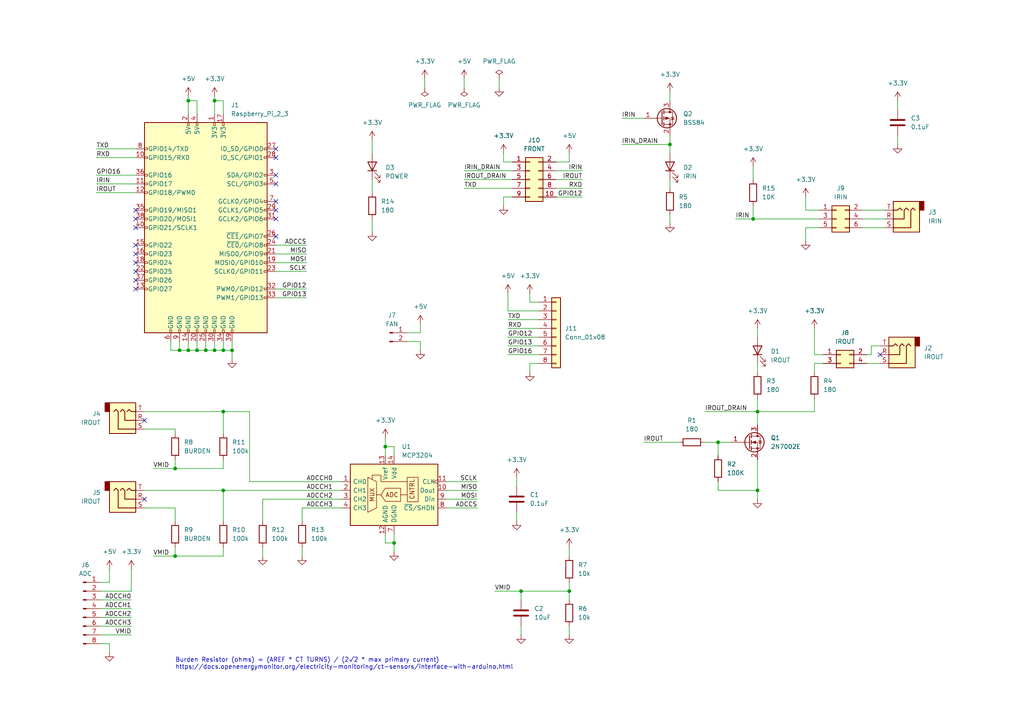
<source format=kicad_sch>
(kicad_sch (version 20230121) (generator eeschema)
  (paper "A4")
  (lib_symbols
    (symbol "Analog_ADC:MCP3204" (pin_names (offset 0.762))
      (property "Reference" "U" (at -5.08 10.795 0))
      (property "Value" "MCP3204" (at -5.08 8.89 0))
      (symbol "MCP3204_0_0"
        (text "ADC" (at -0.635 -1.27 0) (effects (font (size 1.27 1.27))))
        (text "CNTRL" (at 5.969 -2.667 900) (effects (font (size 1.27 1.27)) (justify left bottom)))
        (text "MUX" (at -6.35 -1.27 900) (effects (font (size 1.27 1.27))))
      )
      (symbol "MCP3204_0_1"
        (polyline (pts (xy -5.08 -1.27) (xy -3.81 -1.27)))
        (polyline (pts (xy 1.905 -1.27) (xy 3.81 -1.27)))
        (polyline (pts (xy -7.62 3.81) (xy -7.62 -6.35) (xy -5.08 -5.08) (xy -5.08 2.54) (xy -7.62 3.81)))
        (polyline (pts (xy 3.81 2.54) (xy -3.81 2.54) (xy -3.81 4.445) (xy -6.35 4.445) (xy -6.35 3.175)))
        (polyline (pts (xy -3.81 -1.27) (xy -2.54 0.635) (xy 1.905 0.635) (xy 1.905 -3.175) (xy -2.54 -3.175) (xy -3.81 -1.27)))
        (rectangle (start 3.81 -3.302) (end 6.985 3.81))
        (rectangle (start 12.7 7.62) (end -12.7 -10.16) (stroke (width 0.254)) (fill (type background)))
      )
      (symbol "MCP3204_1_1"
        (pin input line (at -15.24 2.54 0) (length 2.54) (name "CH0") (number "1"))
        (pin output line (at 15.24 0 180) (length 2.54) (name "Dout") (number "10"))
        (pin input clock (at 15.24 2.54 180) (length 2.54) (name "CLK") (number "11"))
        (pin power_in line (at -2.54 -12.7 90) (length 2.54) (name "AGND") (number "12"))
        (pin power_in line (at -2.54 10.16 270) (length 2.54) (name "Vref") (number "13"))
        (pin power_in line (at 0 10.16 270) (length 2.54) (name "Vdd") (number "14"))
        (pin input line (at -15.24 0 0) (length 2.54) (name "CH1") (number "2"))
        (pin input line (at -15.24 -2.54 0) (length 2.54) (name "CH2") (number "3"))
        (pin input line (at -15.24 -5.08 0) (length 2.54) (name "CH3") (number "4"))
        (pin no_connect line (at -10.16 -10.16 90) (length 2.54) hide (name "NC") (number "5"))
        (pin no_connect line (at -7.62 -10.16 90) (length 2.54) hide (name "NC") (number "6"))
        (pin power_in line (at 0 -12.7 90) (length 2.54) (name "DGND") (number "7"))
        (pin input line (at 15.24 -5.08 180) (length 2.54) (name "~{CS}/SHDN") (number "8"))
        (pin input line (at 15.24 -2.54 180) (length 2.54) (name "Din") (number "9"))
      )
    )
    (symbol "Connector:Conn_01x02_Pin" (pin_names (offset 1.016) hide)
      (property "Reference" "J" (at 0 2.54 0))
      (property "Value" "Conn_01x02_Pin" (at 0 -5.08 0))
      (symbol "Conn_01x02_Pin_1_1"
        (polyline (pts (xy 1.27 -2.54) (xy 0.8636 -2.54)) (stroke (width 0.1524)))
        (polyline (pts (xy 1.27 0) (xy 0.8636 0)) (stroke (width 0.1524)))
        (rectangle (start 0.8636 -2.413) (end 0 -2.667) (stroke (width 0.1524)) (fill (type outline)))
        (rectangle (start 0.8636 0.127) (end 0 -0.127) (stroke (width 0.1524)) (fill (type outline)))
        (pin passive line (at 5.08 0 180) (length 3.81) (name "Pin_1") (number "1"))
        (pin passive line (at 5.08 -2.54 180) (length 3.81) (name "Pin_2") (number "2"))
      )
    )
    (symbol "Connector:Conn_01x08_Pin" (pin_names (offset 1.016) hide)
      (property "Reference" "J" (at 0 10.16 0))
      (property "Value" "Conn_01x08_Pin" (at 0 -12.7 0))
      (symbol "Conn_01x08_Pin_1_1"
        (polyline (pts (xy 1.27 -10.16) (xy 0.8636 -10.16)) (stroke (width 0.1524)))
        (polyline (pts (xy 1.27 -7.62) (xy 0.8636 -7.62)) (stroke (width 0.1524)))
        (polyline (pts (xy 1.27 -5.08) (xy 0.8636 -5.08)) (stroke (width 0.1524)))
        (polyline (pts (xy 1.27 -2.54) (xy 0.8636 -2.54)) (stroke (width 0.1524)))
        (polyline (pts (xy 1.27 0) (xy 0.8636 0)) (stroke (width 0.1524)))
        (polyline (pts (xy 1.27 2.54) (xy 0.8636 2.54)) (stroke (width 0.1524)))
        (polyline (pts (xy 1.27 5.08) (xy 0.8636 5.08)) (stroke (width 0.1524)))
        (polyline (pts (xy 1.27 7.62) (xy 0.8636 7.62)) (stroke (width 0.1524)))
        (rectangle (start 0.8636 -10.033) (end 0 -10.287) (stroke (width 0.1524)) (fill (type outline)))
        (rectangle (start 0.8636 -7.493) (end 0 -7.747) (stroke (width 0.1524)) (fill (type outline)))
        (rectangle (start 0.8636 -4.953) (end 0 -5.207) (stroke (width 0.1524)) (fill (type outline)))
        (rectangle (start 0.8636 -2.413) (end 0 -2.667) (stroke (width 0.1524)) (fill (type outline)))
        (rectangle (start 0.8636 0.127) (end 0 -0.127) (stroke (width 0.1524)) (fill (type outline)))
        (rectangle (start 0.8636 2.667) (end 0 2.413) (stroke (width 0.1524)) (fill (type outline)))
        (rectangle (start 0.8636 5.207) (end 0 4.953) (stroke (width 0.1524)) (fill (type outline)))
        (rectangle (start 0.8636 7.747) (end 0 7.493) (stroke (width 0.1524)) (fill (type outline)))
        (pin passive line (at 5.08 7.62 180) (length 3.81) (name "Pin_1") (number "1"))
        (pin passive line (at 5.08 5.08 180) (length 3.81) (name "Pin_2") (number "2"))
        (pin passive line (at 5.08 2.54 180) (length 3.81) (name "Pin_3") (number "3"))
        (pin passive line (at 5.08 0 180) (length 3.81) (name "Pin_4") (number "4"))
        (pin passive line (at 5.08 -2.54 180) (length 3.81) (name "Pin_5") (number "5"))
        (pin passive line (at 5.08 -5.08 180) (length 3.81) (name "Pin_6") (number "6"))
        (pin passive line (at 5.08 -7.62 180) (length 3.81) (name "Pin_7") (number "7"))
        (pin passive line (at 5.08 -10.16 180) (length 3.81) (name "Pin_8") (number "8"))
      )
    )
    (symbol "Connector:Raspberry_Pi_2_3" (pin_names (offset 1.016))
      (property "Reference" "J" (at -17.78 31.75 0))
      (property "Value" "Raspberry_Pi_2_3" (at 10.16 -31.75 0))
      (symbol "Raspberry_Pi_2_3_0_1"
        (rectangle (start -17.78 30.48) (end 17.78 -30.48) (stroke (width 0.254)) (fill (type background)))
      )
      (symbol "Raspberry_Pi_2_3_1_1"
        (rectangle (start -16.891 -17.526) (end -17.78 -18.034))
        (rectangle (start -16.891 -14.986) (end -17.78 -15.494))
        (rectangle (start -16.891 -12.446) (end -17.78 -12.954))
        (rectangle (start -16.891 -9.906) (end -17.78 -10.414))
        (rectangle (start -16.891 -7.366) (end -17.78 -7.874))
        (rectangle (start -16.891 -4.826) (end -17.78 -5.334))
        (rectangle (start -16.891 0.254) (end -17.78 -0.254))
        (rectangle (start -16.891 2.794) (end -17.78 2.286))
        (rectangle (start -16.891 5.334) (end -17.78 4.826))
        (rectangle (start -16.891 10.414) (end -17.78 9.906))
        (rectangle (start -16.891 12.954) (end -17.78 12.446))
        (rectangle (start -16.891 15.494) (end -17.78 14.986))
        (rectangle (start -16.891 20.574) (end -17.78 20.066))
        (rectangle (start -16.891 23.114) (end -17.78 22.606))
        (rectangle (start -10.414 -29.591) (end -9.906 -30.48))
        (rectangle (start -7.874 -29.591) (end -7.366 -30.48))
        (rectangle (start -5.334 -29.591) (end -4.826 -30.48))
        (rectangle (start -5.334 30.48) (end -4.826 29.591))
        (rectangle (start -2.794 -29.591) (end -2.286 -30.48))
        (rectangle (start -2.794 30.48) (end -2.286 29.591))
        (rectangle (start -0.254 -29.591) (end 0.254 -30.48))
        (rectangle (start 2.286 -29.591) (end 2.794 -30.48))
        (rectangle (start 2.286 30.48) (end 2.794 29.591))
        (rectangle (start 4.826 -29.591) (end 5.334 -30.48))
        (rectangle (start 4.826 30.48) (end 5.334 29.591))
        (rectangle (start 7.366 -29.591) (end 7.874 -30.48))
        (rectangle (start 17.78 -20.066) (end 16.891 -20.574))
        (rectangle (start 17.78 -17.526) (end 16.891 -18.034))
        (rectangle (start 17.78 -12.446) (end 16.891 -12.954))
        (rectangle (start 17.78 -9.906) (end 16.891 -10.414))
        (rectangle (start 17.78 -7.366) (end 16.891 -7.874))
        (rectangle (start 17.78 -4.826) (end 16.891 -5.334))
        (rectangle (start 17.78 -2.286) (end 16.891 -2.794))
        (rectangle (start 17.78 2.794) (end 16.891 2.286))
        (rectangle (start 17.78 5.334) (end 16.891 4.826))
        (rectangle (start 17.78 7.874) (end 16.891 7.366))
        (rectangle (start 17.78 12.954) (end 16.891 12.446))
        (rectangle (start 17.78 15.494) (end 16.891 14.986))
        (rectangle (start 17.78 20.574) (end 16.891 20.066))
        (rectangle (start 17.78 23.114) (end 16.891 22.606))
        (pin power_in line (at 2.54 33.02 270) (length 2.54) (name "3V3") (number "1"))
        (pin bidirectional line (at -20.32 20.32 0) (length 2.54) (name "GPIO15/RXD") (number "10"))
        (pin bidirectional line (at -20.32 12.7 0) (length 2.54) (name "GPIO17") (number "11"))
        (pin bidirectional line (at -20.32 10.16 0) (length 2.54) (name "GPIO18/PWM0") (number "12"))
        (pin bidirectional line (at -20.32 -17.78 0) (length 2.54) (name "GPIO27") (number "13"))
        (pin power_in line (at -5.08 -33.02 90) (length 2.54) (name "GND") (number "14"))
        (pin bidirectional line (at -20.32 -5.08 0) (length 2.54) (name "GPIO22") (number "15"))
        (pin bidirectional line (at -20.32 -7.62 0) (length 2.54) (name "GPIO23") (number "16"))
        (pin power_in line (at 5.08 33.02 270) (length 2.54) (name "3V3") (number "17"))
        (pin bidirectional line (at -20.32 -10.16 0) (length 2.54) (name "GPIO24") (number "18"))
        (pin bidirectional line (at 20.32 -10.16 180) (length 2.54) (name "MOSI0/GPIO10") (number "19"))
        (pin power_in line (at -5.08 33.02 270) (length 2.54) (name "5V") (number "2"))
        (pin power_in line (at -2.54 -33.02 90) (length 2.54) (name "GND") (number "20"))
        (pin bidirectional line (at 20.32 -7.62 180) (length 2.54) (name "MISO0/GPIO9") (number "21"))
        (pin bidirectional line (at -20.32 -12.7 0) (length 2.54) (name "GPIO25") (number "22"))
        (pin bidirectional line (at 20.32 -12.7 180) (length 2.54) (name "SCLK0/GPIO11") (number "23"))
        (pin bidirectional line (at 20.32 -5.08 180) (length 2.54) (name "~{CE0}/GPIO8") (number "24"))
        (pin power_in line (at 0 -33.02 90) (length 2.54) (name "GND") (number "25"))
        (pin bidirectional line (at 20.32 -2.54 180) (length 2.54) (name "~{CE1}/GPIO7") (number "26"))
        (pin bidirectional line (at 20.32 22.86 180) (length 2.54) (name "ID_SD/GPIO0") (number "27"))
        (pin bidirectional line (at 20.32 20.32 180) (length 2.54) (name "ID_SC/GPIO1") (number "28"))
        (pin bidirectional line (at 20.32 5.08 180) (length 2.54) (name "GCLK1/GPIO5") (number "29"))
        (pin bidirectional line (at 20.32 15.24 180) (length 2.54) (name "SDA/GPIO2") (number "3"))
        (pin power_in line (at 2.54 -33.02 90) (length 2.54) (name "GND") (number "30"))
        (pin bidirectional line (at 20.32 2.54 180) (length 2.54) (name "GCLK2/GPIO6") (number "31"))
        (pin bidirectional line (at 20.32 -17.78 180) (length 2.54) (name "PWM0/GPIO12") (number "32"))
        (pin bidirectional line (at 20.32 -20.32 180) (length 2.54) (name "PWM1/GPIO13") (number "33"))
        (pin power_in line (at 5.08 -33.02 90) (length 2.54) (name "GND") (number "34"))
        (pin bidirectional line (at -20.32 5.08 0) (length 2.54) (name "GPIO19/MISO1") (number "35"))
        (pin bidirectional line (at -20.32 15.24 0) (length 2.54) (name "GPIO16") (number "36"))
        (pin bidirectional line (at -20.32 -15.24 0) (length 2.54) (name "GPIO26") (number "37"))
        (pin bidirectional line (at -20.32 2.54 0) (length 2.54) (name "GPIO20/MOSI1") (number "38"))
        (pin power_in line (at 7.62 -33.02 90) (length 2.54) (name "GND") (number "39"))
        (pin power_in line (at -2.54 33.02 270) (length 2.54) (name "5V") (number "4"))
        (pin bidirectional line (at -20.32 0 0) (length 2.54) (name "GPIO21/SCLK1") (number "40"))
        (pin bidirectional line (at 20.32 12.7 180) (length 2.54) (name "SCL/GPIO3") (number "5"))
        (pin power_in line (at -10.16 -33.02 90) (length 2.54) (name "GND") (number "6"))
        (pin bidirectional line (at 20.32 7.62 180) (length 2.54) (name "GCLK0/GPIO4") (number "7"))
        (pin bidirectional line (at -20.32 22.86 0) (length 2.54) (name "GPIO14/TXD") (number "8"))
        (pin power_in line (at -7.62 -33.02 90) (length 2.54) (name "GND") (number "9"))
      )
    )
    (symbol "Connector_Audio:AudioJack3"
      (property "Reference" "J" (at 0 8.89 0))
      (property "Value" "AudioJack3" (at 0 6.35 0))
      (symbol "AudioJack3_0_1"
        (rectangle (start -5.08 -5.08) (end -6.35 -2.54) (stroke (width 0.254)) (fill (type outline)))
        (polyline (pts (xy 0 -2.54) (xy 0.635 -3.175) (xy 1.27 -2.54) (xy 2.54 -2.54)) (stroke (width 0.254)))
        (polyline (pts (xy -1.905 -2.54) (xy -1.27 -3.175) (xy -0.635 -2.54) (xy -0.635 0) (xy 2.54 0)) (stroke (width 0.254)))
        (polyline (pts (xy 2.54 2.54) (xy -2.54 2.54) (xy -2.54 -2.54) (xy -3.175 -3.175) (xy -3.81 -2.54)) (stroke (width 0.254)))
        (rectangle (start 2.54 3.81) (end -5.08 -5.08) (stroke (width 0.254)) (fill (type background)))
      )
      (symbol "AudioJack3_1_1"
        (pin passive line (at 5.08 0 180) (length 2.54) (name "~") (number "R"))
        (pin passive line (at 5.08 2.54 180) (length 2.54) (name "~") (number "S"))
        (pin passive line (at 5.08 -2.54 180) (length 2.54) (name "~") (number "T"))
      )
    )
    (symbol "Connector_Generic:Conn_01x08" (pin_names (offset 1.016) hide)
      (property "Reference" "J" (at 0 10.16 0))
      (property "Value" "Conn_01x08" (at 0 -12.7 0))
      (symbol "Conn_01x08_1_1"
        (rectangle (start -1.27 -10.033) (end 0 -10.287) (stroke (width 0.1524)))
        (rectangle (start -1.27 -7.493) (end 0 -7.747) (stroke (width 0.1524)))
        (rectangle (start -1.27 -4.953) (end 0 -5.207) (stroke (width 0.1524)))
        (rectangle (start -1.27 -2.413) (end 0 -2.667) (stroke (width 0.1524)))
        (rectangle (start -1.27 0.127) (end 0 -0.127) (stroke (width 0.1524)))
        (rectangle (start -1.27 2.667) (end 0 2.413) (stroke (width 0.1524)))
        (rectangle (start -1.27 5.207) (end 0 4.953) (stroke (width 0.1524)))
        (rectangle (start -1.27 7.747) (end 0 7.493) (stroke (width 0.1524)))
        (rectangle (start -1.27 8.89) (end 1.27 -11.43) (stroke (width 0.254)) (fill (type background)))
        (pin passive line (at -5.08 7.62 0) (length 3.81) (name "Pin_1") (number "1"))
        (pin passive line (at -5.08 5.08 0) (length 3.81) (name "Pin_2") (number "2"))
        (pin passive line (at -5.08 2.54 0) (length 3.81) (name "Pin_3") (number "3"))
        (pin passive line (at -5.08 0 0) (length 3.81) (name "Pin_4") (number "4"))
        (pin passive line (at -5.08 -2.54 0) (length 3.81) (name "Pin_5") (number "5"))
        (pin passive line (at -5.08 -5.08 0) (length 3.81) (name "Pin_6") (number "6"))
        (pin passive line (at -5.08 -7.62 0) (length 3.81) (name "Pin_7") (number "7"))
        (pin passive line (at -5.08 -10.16 0) (length 3.81) (name "Pin_8") (number "8"))
      )
    )
    (symbol "Connector_Generic:Conn_02x02_Odd_Even" (pin_names (offset 1.016) hide)
      (property "Reference" "J" (at 1.27 2.54 0))
      (property "Value" "Conn_02x02_Odd_Even" (at 1.27 -5.08 0))
      (symbol "Conn_02x02_Odd_Even_1_1"
        (rectangle (start -1.27 -2.413) (end 0 -2.667) (stroke (width 0.1524)))
        (rectangle (start -1.27 0.127) (end 0 -0.127) (stroke (width 0.1524)))
        (rectangle (start -1.27 1.27) (end 3.81 -3.81) (stroke (width 0.254)) (fill (type background)))
        (rectangle (start 3.81 -2.413) (end 2.54 -2.667) (stroke (width 0.1524)))
        (rectangle (start 3.81 0.127) (end 2.54 -0.127) (stroke (width 0.1524)))
        (pin passive line (at -5.08 0 0) (length 3.81) (name "Pin_1") (number "1"))
        (pin passive line (at 7.62 0 180) (length 3.81) (name "Pin_2") (number "2"))
        (pin passive line (at -5.08 -2.54 0) (length 3.81) (name "Pin_3") (number "3"))
        (pin passive line (at 7.62 -2.54 180) (length 3.81) (name "Pin_4") (number "4"))
      )
    )
    (symbol "Connector_Generic:Conn_02x03_Odd_Even" (pin_names (offset 1.016) hide)
      (property "Reference" "J" (at 1.27 5.08 0))
      (property "Value" "Conn_02x03_Odd_Even" (at 1.27 -5.08 0))
      (symbol "Conn_02x03_Odd_Even_1_1"
        (rectangle (start -1.27 -2.413) (end 0 -2.667) (stroke (width 0.1524)))
        (rectangle (start -1.27 0.127) (end 0 -0.127) (stroke (width 0.1524)))
        (rectangle (start -1.27 2.667) (end 0 2.413) (stroke (width 0.1524)))
        (rectangle (start -1.27 3.81) (end 3.81 -3.81) (stroke (width 0.254)) (fill (type background)))
        (rectangle (start 3.81 -2.413) (end 2.54 -2.667) (stroke (width 0.1524)))
        (rectangle (start 3.81 0.127) (end 2.54 -0.127) (stroke (width 0.1524)))
        (rectangle (start 3.81 2.667) (end 2.54 2.413) (stroke (width 0.1524)))
        (pin passive line (at -5.08 2.54 0) (length 3.81) (name "Pin_1") (number "1"))
        (pin passive line (at 7.62 2.54 180) (length 3.81) (name "Pin_2") (number "2"))
        (pin passive line (at -5.08 0 0) (length 3.81) (name "Pin_3") (number "3"))
        (pin passive line (at 7.62 0 180) (length 3.81) (name "Pin_4") (number "4"))
        (pin passive line (at -5.08 -2.54 0) (length 3.81) (name "Pin_5") (number "5"))
        (pin passive line (at 7.62 -2.54 180) (length 3.81) (name "Pin_6") (number "6"))
      )
    )
    (symbol "Connector_Generic:Conn_02x05_Odd_Even" (pin_names (offset 1.016) hide)
      (property "Reference" "J" (at 1.27 7.62 0))
      (property "Value" "Conn_02x05_Odd_Even" (at 1.27 -7.62 0))
      (symbol "Conn_02x05_Odd_Even_1_1"
        (rectangle (start -1.27 -4.953) (end 0 -5.207) (stroke (width 0.1524)))
        (rectangle (start -1.27 -2.413) (end 0 -2.667) (stroke (width 0.1524)))
        (rectangle (start -1.27 0.127) (end 0 -0.127) (stroke (width 0.1524)))
        (rectangle (start -1.27 2.667) (end 0 2.413) (stroke (width 0.1524)))
        (rectangle (start -1.27 5.207) (end 0 4.953) (stroke (width 0.1524)))
        (rectangle (start -1.27 6.35) (end 3.81 -6.35) (stroke (width 0.254)) (fill (type background)))
        (rectangle (start 3.81 -4.953) (end 2.54 -5.207) (stroke (width 0.1524)))
        (rectangle (start 3.81 -2.413) (end 2.54 -2.667) (stroke (width 0.1524)))
        (rectangle (start 3.81 0.127) (end 2.54 -0.127) (stroke (width 0.1524)))
        (rectangle (start 3.81 2.667) (end 2.54 2.413) (stroke (width 0.1524)))
        (rectangle (start 3.81 5.207) (end 2.54 4.953) (stroke (width 0.1524)))
        (pin passive line (at -5.08 5.08 0) (length 3.81) (name "Pin_1") (number "1"))
        (pin passive line (at 7.62 -5.08 180) (length 3.81) (name "Pin_10") (number "10"))
        (pin passive line (at 7.62 5.08 180) (length 3.81) (name "Pin_2") (number "2"))
        (pin passive line (at -5.08 2.54 0) (length 3.81) (name "Pin_3") (number "3"))
        (pin passive line (at 7.62 2.54 180) (length 3.81) (name "Pin_4") (number "4"))
        (pin passive line (at -5.08 0 0) (length 3.81) (name "Pin_5") (number "5"))
        (pin passive line (at 7.62 0 180) (length 3.81) (name "Pin_6") (number "6"))
        (pin passive line (at -5.08 -2.54 0) (length 3.81) (name "Pin_7") (number "7"))
        (pin passive line (at 7.62 -2.54 180) (length 3.81) (name "Pin_8") (number "8"))
        (pin passive line (at -5.08 -5.08 0) (length 3.81) (name "Pin_9") (number "9"))
      )
    )
    (symbol "Device:C" (pin_numbers hide) (pin_names (offset 0.254))
      (property "Reference" "C" (at 0.635 2.54 0))
      (property "Value" "C" (at 0.635 -2.54 0))
      (symbol "C_0_1"
        (polyline (pts (xy -2.032 -0.762) (xy 2.032 -0.762)) (stroke (width 0.508)))
        (polyline (pts (xy -2.032 0.762) (xy 2.032 0.762)) (stroke (width 0.508)))
      )
      (symbol "C_1_1"
        (pin passive line (at 0 3.81 270) (length 2.794) (name "~") (number "1"))
        (pin passive line (at 0 -3.81 90) (length 2.794) (name "~") (number "2"))
      )
    )
    (symbol "Device:LED" (pin_numbers hide) (pin_names (offset 1.016) hide)
      (property "Reference" "D" (at 0 2.54 0))
      (property "Value" "LED" (at 0 -2.54 0))
      (symbol "LED_0_1"
        (polyline (pts (xy -1.27 -1.27) (xy -1.27 1.27)) (stroke (width 0.254)))
        (polyline (pts (xy -1.27 0) (xy 1.27 0)))
        (polyline (pts (xy 1.27 -1.27) (xy 1.27 1.27) (xy -1.27 0) (xy 1.27 -1.27)) (stroke (width 0.254)))
        (polyline (pts (xy -3.048 -0.762) (xy -4.572 -2.286) (xy -3.81 -2.286) (xy -4.572 -2.286) (xy -4.572 -1.524)))
        (polyline (pts (xy -1.778 -0.762) (xy -3.302 -2.286) (xy -2.54 -2.286) (xy -3.302 -2.286) (xy -3.302 -1.524)))
      )
      (symbol "LED_1_1"
        (pin passive line (at -3.81 0 0) (length 2.54) (name "K") (number "1"))
        (pin passive line (at 3.81 0 180) (length 2.54) (name "A") (number "2"))
      )
    )
    (symbol "Device:R" (pin_numbers hide) (pin_names (offset 0))
      (property "Reference" "R" (at 2.032 0 90))
      (property "Value" "R" (at 0 0 90))
      (symbol "R_0_1"
        (rectangle (start -1.016 -2.54) (end 1.016 2.54) (stroke (width 0.254)))
      )
      (symbol "R_1_1"
        (pin passive line (at 0 3.81 270) (length 1.27) (name "~") (number "1"))
        (pin passive line (at 0 -3.81 90) (length 1.27) (name "~") (number "2"))
      )
    )
    (symbol "Transistor_FET:2N7002E" (pin_names hide)
      (property "Reference" "Q" (at 5.08 1.905 0))
      (property "Value" "2N7002E" (at 5.08 0 0))
      (symbol "2N7002E_0_1"
        (polyline (pts (xy 0.254 0) (xy -2.54 0)))
        (polyline (pts (xy 0.254 1.905) (xy 0.254 -1.905)) (stroke (width 0.254)))
        (polyline (pts (xy 0.762 -1.27) (xy 0.762 -2.286)) (stroke (width 0.254)))
        (polyline (pts (xy 0.762 0.508) (xy 0.762 -0.508)) (stroke (width 0.254)))
        (polyline (pts (xy 0.762 2.286) (xy 0.762 1.27)) (stroke (width 0.254)))
        (polyline (pts (xy 2.54 2.54) (xy 2.54 1.778)))
        (polyline (pts (xy 2.54 -2.54) (xy 2.54 0) (xy 0.762 0)))
        (polyline (pts (xy 0.762 -1.778) (xy 3.302 -1.778) (xy 3.302 1.778) (xy 0.762 1.778)))
        (polyline (pts (xy 1.016 0) (xy 2.032 0.381) (xy 2.032 -0.381) (xy 1.016 0)) (fill (type outline)))
        (polyline (pts (xy 2.794 0.508) (xy 2.921 0.381) (xy 3.683 0.381) (xy 3.81 0.254)))
        (polyline (pts (xy 3.302 0.381) (xy 2.921 -0.254) (xy 3.683 -0.254) (xy 3.302 0.381)))
        (circle (center 1.651 0) (radius 2.794) (stroke (width 0.254)))
        (circle (center 2.54 -1.778) (radius 0.254) (fill (type outline)))
        (circle (center 2.54 1.778) (radius 0.254) (fill (type outline)))
      )
      (symbol "2N7002E_1_1"
        (pin input line (at -5.08 0 0) (length 2.54) (name "G") (number "1"))
        (pin passive line (at 2.54 -5.08 90) (length 2.54) (name "S") (number "2"))
        (pin passive line (at 2.54 5.08 270) (length 2.54) (name "D") (number "3"))
      )
    )
    (symbol "Transistor_FET:BSS84" (pin_names hide)
      (property "Reference" "Q" (at 5.08 1.905 0))
      (property "Value" "BSS84" (at 5.08 0 0))
      (symbol "BSS84_0_1"
        (polyline (pts (xy 0.254 0) (xy -2.54 0)))
        (polyline (pts (xy 0.254 1.905) (xy 0.254 -1.905)) (stroke (width 0.254)))
        (polyline (pts (xy 0.762 -1.27) (xy 0.762 -2.286)) (stroke (width 0.254)))
        (polyline (pts (xy 0.762 0.508) (xy 0.762 -0.508)) (stroke (width 0.254)))
        (polyline (pts (xy 0.762 2.286) (xy 0.762 1.27)) (stroke (width 0.254)))
        (polyline (pts (xy 2.54 2.54) (xy 2.54 1.778)))
        (polyline (pts (xy 2.54 -2.54) (xy 2.54 0) (xy 0.762 0)))
        (polyline (pts (xy 0.762 1.778) (xy 3.302 1.778) (xy 3.302 -1.778) (xy 0.762 -1.778)))
        (polyline (pts (xy 2.286 0) (xy 1.27 0.381) (xy 1.27 -0.381) (xy 2.286 0)) (fill (type outline)))
        (polyline (pts (xy 2.794 -0.508) (xy 2.921 -0.381) (xy 3.683 -0.381) (xy 3.81 -0.254)))
        (polyline (pts (xy 3.302 -0.381) (xy 2.921 0.254) (xy 3.683 0.254) (xy 3.302 -0.381)))
        (circle (center 1.651 0) (radius 2.794) (stroke (width 0.254)))
        (circle (center 2.54 -1.778) (radius 0.254) (fill (type outline)))
        (circle (center 2.54 1.778) (radius 0.254) (fill (type outline)))
      )
      (symbol "BSS84_1_1"
        (pin input line (at -5.08 0 0) (length 2.54) (name "G") (number "1"))
        (pin passive line (at 2.54 -5.08 90) (length 2.54) (name "S") (number "2"))
        (pin passive line (at 2.54 5.08 270) (length 2.54) (name "D") (number "3"))
      )
    )
    (symbol "power:+3.3V" (power) (pin_names (offset 0))
      (property "Value" "+3.3V" (at 0 3.556 0))
      (symbol "+3.3V_0_1"
        (polyline (pts (xy -0.762 1.27) (xy 0 2.54)))
        (polyline (pts (xy 0 0) (xy 0 2.54)))
        (polyline (pts (xy 0 2.54) (xy 0.762 1.27)))
      )
      (symbol "+3.3V_1_1"
        (pin power_in line (at 0 0 90) (length 0) hide (name "+3.3V") (number "1"))
      )
    )
    (symbol "power:+5V" (power) (pin_names (offset 0))
      (property "Value" "+5V" (at 0 3.556 0))
      (symbol "+5V_0_1"
        (polyline (pts (xy -0.762 1.27) (xy 0 2.54)))
        (polyline (pts (xy 0 0) (xy 0 2.54)))
        (polyline (pts (xy 0 2.54) (xy 0.762 1.27)))
      )
      (symbol "+5V_1_1"
        (pin power_in line (at 0 0 90) (length 0) hide (name "+5V") (number "1"))
      )
    )
    (symbol "power:GND" (power) (pin_names (offset 0))
      (property "Value" "GND" (at 0 -3.81 0))
      (symbol "GND_0_1"
        (polyline (pts (xy 0 0) (xy 0 -1.27) (xy 1.27 -1.27) (xy 0 -2.54) (xy -1.27 -1.27) (xy 0 -1.27)))
      )
      (symbol "GND_1_1"
        (pin power_in line (at 0 0 270) (length 0) hide (name "GND") (number "1"))
      )
    )
    (symbol "power:PWR_FLAG" (power) (pin_numbers hide) (pin_names (offset 0) hide)
      (property "Value" "PWR_FLAG" (at 0 3.81 0))
      (symbol "PWR_FLAG_0_0"
        (pin power_out line (at 0 0 90) (length 0) (name "pwr") (number "1"))
      )
      (symbol "PWR_FLAG_0_1"
        (polyline (pts (xy 0 0) (xy 0 1.27) (xy -1.016 1.905) (xy 0 2.54) (xy 1.016 1.905) (xy 0 1.27)))
      )
    )
  )
  (junction (at 218.44 63.5))
  (junction (at 59.69 101.6))
  (junction (at 219.71 142.24))
  (junction (at 64.77 119.38))
  (junction (at 54.61 29.21))
  (junction (at 50.8 161.29))
  (junction (at 64.77 142.24))
  (junction (at 67.31 101.6))
  (junction (at 64.77 101.6))
  (junction (at 62.23 29.21))
  (junction (at 52.07 101.6))
  (junction (at 57.15 101.6))
  (junction (at 165.1 171.45))
  (junction (at 111.76 129.54))
  (junction (at 151.13 171.45))
  (junction (at 62.23 101.6))
  (junction (at 114.3 157.48))
  (junction (at 219.71 119.38))
  (junction (at 54.61 101.6))
  (junction (at 208.28 128.27))
  (junction (at 50.8 135.89))
  (junction (at 194.31 41.91))
  (no_connect (at 39.37 81.28))
  (no_connect (at 39.37 83.82))
  (no_connect (at 39.37 60.96))
  (no_connect (at 41.91 144.78))
  (no_connect (at 80.01 68.58))
  (no_connect (at 39.37 63.5))
  (no_connect (at 80.01 60.96))
  (no_connect (at 39.37 71.12))
  (no_connect (at 80.01 50.8))
  (no_connect (at 80.01 58.42))
  (no_connect (at 80.01 45.72))
  (no_connect (at 80.01 43.18))
  (no_connect (at 41.91 121.92))
  (no_connect (at 39.37 78.74))
  (no_connect (at 39.37 76.2))
  (no_connect (at 39.37 66.04))
  (no_connect (at 255.27 102.87))
  (no_connect (at 80.01 53.34))
  (no_connect (at 39.37 73.66))
  (no_connect (at 80.01 63.5))
  (wire (pts (xy 251.46 105.41) (xy 255.27 105.41)))
  (wire (pts (xy 147.32 90.17) (xy 147.32 85.09)))
  (wire (pts (xy 151.13 181.61) (xy 151.13 184.15)))
  (wire (pts (xy 107.95 63.5) (xy 107.95 67.31)))
  (wire (pts (xy 236.22 102.87) (xy 236.22 95.25)))
  (wire (pts (xy 50.8 161.29) (xy 64.77 161.29)))
  (wire (pts (xy 64.77 142.24) (xy 64.77 151.13)))
  (wire (pts (xy 57.15 33.02) (xy 57.15 29.21)))
  (wire (pts (xy 236.22 105.41) (xy 236.22 107.95)))
  (wire (pts (xy 107.95 40.64) (xy 107.95 44.45)))
  (wire (pts (xy 194.31 26.67) (xy 194.31 29.21)))
  (wire (pts (xy 59.69 99.06) (xy 59.69 101.6)))
  (wire (pts (xy 111.76 129.54) (xy 111.76 132.08)))
  (wire (pts (xy 148.59 57.15) (xy 146.05 57.15)))
  (wire (pts (xy 87.63 147.32) (xy 99.06 147.32)))
  (wire (pts (xy 72.39 119.38) (xy 72.39 139.7)))
  (wire (pts (xy 194.31 52.07) (xy 194.31 54.61)))
  (wire (pts (xy 165.1 171.45) (xy 165.1 173.99)))
  (wire (pts (xy 29.21 179.07) (xy 38.1 179.07)))
  (wire (pts (xy 114.3 132.08) (xy 114.3 129.54)))
  (wire (pts (xy 165.1 44.45) (xy 165.1 46.99)))
  (wire (pts (xy 27.94 53.34) (xy 39.37 53.34)))
  (wire (pts (xy 233.68 60.96) (xy 233.68 57.15)))
  (wire (pts (xy 236.22 115.57) (xy 236.22 119.38)))
  (wire (pts (xy 41.91 124.46) (xy 50.8 124.46)))
  (wire (pts (xy 129.54 147.32) (xy 138.43 147.32)))
  (wire (pts (xy 80.01 78.74) (xy 88.9 78.74)))
  (wire (pts (xy 147.32 97.79) (xy 156.21 97.79)))
  (wire (pts (xy 161.29 49.53) (xy 168.91 49.53)))
  (wire (pts (xy 147.32 95.25) (xy 156.21 95.25)))
  (wire (pts (xy 208.28 142.24) (xy 219.71 142.24)))
  (wire (pts (xy 194.31 62.23) (xy 194.31 64.77)))
  (wire (pts (xy 64.77 33.02) (xy 64.77 29.21)))
  (wire (pts (xy 143.51 171.45) (xy 151.13 171.45)))
  (wire (pts (xy 123.19 22.86) (xy 123.19 25.4)))
  (wire (pts (xy 121.92 96.52) (xy 121.92 93.98)))
  (wire (pts (xy 219.71 115.57) (xy 219.71 119.38)))
  (wire (pts (xy 50.8 135.89) (xy 64.77 135.89)))
  (wire (pts (xy 250.19 63.5) (xy 256.54 63.5)))
  (wire (pts (xy 237.49 60.96) (xy 233.68 60.96)))
  (wire (pts (xy 57.15 99.06) (xy 57.15 101.6)))
  (wire (pts (xy 186.69 128.27) (xy 196.85 128.27)))
  (wire (pts (xy 29.21 173.99) (xy 38.1 173.99)))
  (wire (pts (xy 54.61 27.94) (xy 54.61 29.21)))
  (wire (pts (xy 251.46 102.87) (xy 252.73 102.87)))
  (wire (pts (xy 156.21 87.63) (xy 153.67 87.63)))
  (wire (pts (xy 134.62 49.53) (xy 148.59 49.53)))
  (wire (pts (xy 31.75 165.1) (xy 31.75 168.91)))
  (wire (pts (xy 204.47 119.38) (xy 219.71 119.38)))
  (wire (pts (xy 208.28 139.7) (xy 208.28 142.24)))
  (wire (pts (xy 64.77 161.29) (xy 64.77 158.75)))
  (wire (pts (xy 64.77 99.06) (xy 64.77 101.6)))
  (wire (pts (xy 87.63 147.32) (xy 87.63 151.13)))
  (wire (pts (xy 208.28 128.27) (xy 208.28 132.08)))
  (wire (pts (xy 147.32 92.71) (xy 156.21 92.71)))
  (wire (pts (xy 129.54 139.7) (xy 138.43 139.7)))
  (wire (pts (xy 114.3 157.48) (xy 114.3 160.02)))
  (wire (pts (xy 111.76 127) (xy 111.76 129.54)))
  (wire (pts (xy 57.15 101.6) (xy 59.69 101.6)))
  (wire (pts (xy 54.61 101.6) (xy 57.15 101.6)))
  (wire (pts (xy 38.1 171.45) (xy 29.21 171.45)))
  (wire (pts (xy 218.44 63.5) (xy 237.49 63.5)))
  (wire (pts (xy 52.07 99.06) (xy 52.07 101.6)))
  (wire (pts (xy 62.23 29.21) (xy 62.23 33.02)))
  (wire (pts (xy 165.1 168.91) (xy 165.1 171.45)))
  (wire (pts (xy 31.75 168.91) (xy 29.21 168.91)))
  (wire (pts (xy 149.86 138.43) (xy 149.86 140.97)))
  (wire (pts (xy 233.68 66.04) (xy 233.68 69.85)))
  (wire (pts (xy 38.1 165.1) (xy 38.1 171.45)))
  (wire (pts (xy 50.8 147.32) (xy 50.8 151.13)))
  (wire (pts (xy 194.31 41.91) (xy 194.31 44.45)))
  (wire (pts (xy 250.19 60.96) (xy 256.54 60.96)))
  (wire (pts (xy 52.07 101.6) (xy 54.61 101.6)))
  (wire (pts (xy 153.67 87.63) (xy 153.67 85.09)))
  (wire (pts (xy 252.73 100.33) (xy 255.27 100.33)))
  (wire (pts (xy 67.31 101.6) (xy 67.31 104.14)))
  (wire (pts (xy 72.39 139.7) (xy 99.06 139.7)))
  (wire (pts (xy 64.77 119.38) (xy 64.77 125.73)))
  (wire (pts (xy 29.21 176.53) (xy 38.1 176.53)))
  (wire (pts (xy 29.21 184.15) (xy 38.1 184.15)))
  (wire (pts (xy 237.49 66.04) (xy 233.68 66.04)))
  (wire (pts (xy 118.11 96.52) (xy 121.92 96.52)))
  (wire (pts (xy 218.44 48.26) (xy 218.44 52.07)))
  (wire (pts (xy 134.62 52.07) (xy 148.59 52.07)))
  (wire (pts (xy 107.95 52.07) (xy 107.95 55.88)))
  (wire (pts (xy 76.2 144.78) (xy 76.2 151.13)))
  (wire (pts (xy 146.05 46.99) (xy 148.59 46.99)))
  (wire (pts (xy 44.45 161.29) (xy 50.8 161.29)))
  (wire (pts (xy 64.77 101.6) (xy 67.31 101.6)))
  (wire (pts (xy 54.61 99.06) (xy 54.61 101.6)))
  (wire (pts (xy 180.34 34.29) (xy 186.69 34.29)))
  (wire (pts (xy 87.63 158.75) (xy 87.63 161.29)))
  (wire (pts (xy 114.3 154.94) (xy 114.3 157.48)))
  (wire (pts (xy 218.44 59.69) (xy 218.44 63.5)))
  (wire (pts (xy 134.62 22.86) (xy 134.62 25.4)))
  (wire (pts (xy 165.1 181.61) (xy 165.1 184.15)))
  (wire (pts (xy 27.94 50.8) (xy 39.37 50.8)))
  (wire (pts (xy 238.76 102.87) (xy 236.22 102.87)))
  (wire (pts (xy 260.35 39.37) (xy 260.35 41.91)))
  (wire (pts (xy 147.32 100.33) (xy 156.21 100.33)))
  (wire (pts (xy 29.21 181.61) (xy 38.1 181.61)))
  (wire (pts (xy 161.29 57.15) (xy 168.91 57.15)))
  (wire (pts (xy 213.36 63.5) (xy 218.44 63.5)))
  (wire (pts (xy 80.01 71.12) (xy 88.9 71.12)))
  (wire (pts (xy 27.94 45.72) (xy 39.37 45.72)))
  (wire (pts (xy 219.71 95.25) (xy 219.71 97.79)))
  (wire (pts (xy 41.91 119.38) (xy 64.77 119.38)))
  (wire (pts (xy 149.86 148.59) (xy 149.86 151.13)))
  (wire (pts (xy 62.23 101.6) (xy 64.77 101.6)))
  (wire (pts (xy 44.45 135.89) (xy 50.8 135.89)))
  (wire (pts (xy 49.53 99.06) (xy 49.53 101.6)))
  (wire (pts (xy 180.34 41.91) (xy 194.31 41.91)))
  (wire (pts (xy 194.31 39.37) (xy 194.31 41.91)))
  (wire (pts (xy 144.78 22.86) (xy 144.78 25.4)))
  (wire (pts (xy 67.31 99.06) (xy 67.31 101.6)))
  (wire (pts (xy 250.19 66.04) (xy 256.54 66.04)))
  (wire (pts (xy 31.75 186.69) (xy 31.75 189.23)))
  (wire (pts (xy 57.15 29.21) (xy 54.61 29.21)))
  (wire (pts (xy 219.71 142.24) (xy 219.71 144.78)))
  (wire (pts (xy 204.47 128.27) (xy 208.28 128.27)))
  (wire (pts (xy 62.23 29.21) (xy 64.77 29.21)))
  (wire (pts (xy 76.2 158.75) (xy 76.2 161.29)))
  (wire (pts (xy 111.76 154.94) (xy 111.76 157.48)))
  (wire (pts (xy 134.62 54.61) (xy 148.59 54.61)))
  (wire (pts (xy 49.53 101.6) (xy 52.07 101.6)))
  (wire (pts (xy 208.28 128.27) (xy 212.09 128.27)))
  (wire (pts (xy 118.11 99.06) (xy 121.92 99.06)))
  (wire (pts (xy 64.77 133.35) (xy 64.77 135.89)))
  (wire (pts (xy 80.01 76.2) (xy 88.9 76.2)))
  (wire (pts (xy 62.23 27.94) (xy 62.23 29.21)))
  (wire (pts (xy 114.3 129.54) (xy 111.76 129.54)))
  (wire (pts (xy 252.73 102.87) (xy 252.73 100.33)))
  (wire (pts (xy 54.61 29.21) (xy 54.61 33.02)))
  (wire (pts (xy 146.05 44.45) (xy 146.05 46.99)))
  (wire (pts (xy 153.67 105.41) (xy 153.67 107.95)))
  (wire (pts (xy 156.21 90.17) (xy 147.32 90.17)))
  (wire (pts (xy 151.13 173.99) (xy 151.13 171.45)))
  (wire (pts (xy 165.1 158.75) (xy 165.1 161.29)))
  (wire (pts (xy 50.8 124.46) (xy 50.8 125.73)))
  (wire (pts (xy 161.29 52.07) (xy 168.91 52.07)))
  (wire (pts (xy 238.76 105.41) (xy 236.22 105.41)))
  (wire (pts (xy 165.1 46.99) (xy 161.29 46.99)))
  (wire (pts (xy 236.22 119.38) (xy 219.71 119.38)))
  (wire (pts (xy 64.77 119.38) (xy 72.39 119.38)))
  (wire (pts (xy 59.69 101.6) (xy 62.23 101.6)))
  (wire (pts (xy 27.94 55.88) (xy 39.37 55.88)))
  (wire (pts (xy 219.71 105.41) (xy 219.71 107.95)))
  (wire (pts (xy 80.01 86.36) (xy 88.9 86.36)))
  (wire (pts (xy 62.23 99.06) (xy 62.23 101.6)))
  (wire (pts (xy 41.91 147.32) (xy 50.8 147.32)))
  (wire (pts (xy 27.94 43.18) (xy 39.37 43.18)))
  (wire (pts (xy 156.21 105.41) (xy 153.67 105.41)))
  (wire (pts (xy 151.13 171.45) (xy 165.1 171.45)))
  (wire (pts (xy 147.32 102.87) (xy 156.21 102.87)))
  (wire (pts (xy 121.92 99.06) (xy 121.92 101.6)))
  (wire (pts (xy 219.71 133.35) (xy 219.71 142.24)))
  (wire (pts (xy 129.54 144.78) (xy 138.43 144.78)))
  (wire (pts (xy 80.01 73.66) (xy 88.9 73.66)))
  (wire (pts (xy 146.05 57.15) (xy 146.05 59.69)))
  (wire (pts (xy 80.01 83.82) (xy 88.9 83.82)))
  (wire (pts (xy 41.91 142.24) (xy 64.77 142.24)))
  (wire (pts (xy 50.8 135.89) (xy 50.8 133.35)))
  (wire (pts (xy 64.77 142.24) (xy 99.06 142.24)))
  (wire (pts (xy 29.21 186.69) (xy 31.75 186.69)))
  (wire (pts (xy 129.54 142.24) (xy 138.43 142.24)))
  (wire (pts (xy 219.71 119.38) (xy 219.71 123.19)))
  (wire (pts (xy 111.76 157.48) (xy 114.3 157.48)))
  (wire (pts (xy 260.35 29.21) (xy 260.35 31.75)))
  (wire (pts (xy 50.8 161.29) (xy 50.8 158.75)))
  (wire (pts (xy 161.29 54.61) (xy 168.91 54.61)))
  (wire (pts (xy 99.06 144.78) (xy 76.2 144.78)))
  (text "Burden Resistor (ohms) = (AREF * CT TURNS) / (2√2 * max primary current)\nhttps://docs.openenergymonitor.org/electricity-monitoring/ct-sensors/interface-with-arduino.html" (at 50.8 194.31 0) (effects (font (size 1.27 1.27)) (justify left bottom)))
  (label "IRIN" (at 27.94 53.34 0))
  (label "GPIO12" (at 147.32 97.79 0))
  (label "GPIO16" (at 147.32 102.87 0))
  (label "IRIN" (at 168.91 49.53 180))
  (label "RXD" (at 168.91 54.61 180))
  (label "MOSI" (at 88.9 76.2 180))
  (label "MISO" (at 88.9 73.66 180))
  (label "MISO" (at 138.43 142.24 180))
  (label "ADCCH0" (at 88.9 139.7 0))
  (label "IROUT_DRAIN" (at 204.47 119.38 0))
  (label "ADCCS" (at 138.43 147.32 180))
  (label "TXD" (at 27.94 43.18 0))
  (label "ADCCH0" (at 38.1 173.99 180))
  (label "IROUT" (at 168.91 52.07 180))
  (label "MOSI" (at 138.43 144.78 180))
  (label "VMID" (at 44.45 135.89 0))
  (label "GPIO16" (at 27.94 50.8 0))
  (label "GPIO13" (at 88.9 86.36 180))
  (label "VMID" (at 143.51 171.45 0))
  (label "GPIO12" (at 88.9 83.82 180))
  (label "ADCCH1" (at 88.9 142.24 0))
  (label "ADCCH3" (at 88.9 147.32 0))
  (label "SCLK" (at 88.9 78.74 180))
  (label "VMID" (at 38.1 184.15 180))
  (label "ADCCS" (at 88.9 71.12 180))
  (label "RXD" (at 147.32 95.25 0))
  (label "VMID" (at 44.45 161.29 0))
  (label "IROUT" (at 186.69 128.27 0))
  (label "IRIN_DRAIN" (at 134.62 49.53 0))
  (label "IRIN" (at 213.36 63.5 0))
  (label "ADCCH1" (at 38.1 176.53 180))
  (label "TXD" (at 147.32 92.71 0))
  (label "IROUT_DRAIN" (at 134.62 52.07 0))
  (label "RXD" (at 27.94 45.72 0))
  (label "SCLK" (at 138.43 139.7 180))
  (label "ADCCH2" (at 88.9 144.78 0))
  (label "IRIN_DRAIN" (at 180.34 41.91 0))
  (label "IRIN" (at 180.34 34.29 0))
  (label "GPIO13" (at 147.32 100.33 0))
  (label "ADCCH3" (at 38.1 181.61 180))
  (label "GPIO12" (at 168.91 57.15 180))
  (label "IROUT" (at 27.94 55.88 0))
  (label "TXD" (at 134.62 54.61 0))
  (label "ADCCH2" (at 38.1 179.07 180))
  (symbol (lib_id "Device:R") (at 107.95 59.69 180) (unit 1)
    (property "Reference" "R14" (at 110.49 58.42 0) (effects (justify right)))
    (property "Value" "180" (at 110.49 60.96 0) (effects (justify right)))
    (property "Footprint" "Resistor_SMD:R_0805_2012Metric" (effects hide))
  )
  (symbol (lib_id "Connector_Generic:Conn_02x05_Odd_Even") (at 153.67 52.07 0) (unit 1)
    (property "Reference" "J10" (at 154.94 40.64 0))
    (property "Value" "FRONT" (at 154.94 43.18 0))
  )
  (symbol (lib_id "Connector:Conn_01x08_Pin") (at 24.13 176.53 0) (unit 1)
    (property "Reference" "J6" (at 24.765 163.83 0))
    (property "Value" "ADC" (at 24.765 166.37 0))
    (property "Footprint" "Connector_PinHeader_2.54mm:PinHeader_1x08_P2.54mm_Vertical" (effects hide))
  )
  (symbol (lib_id "Connector_Audio:AudioJack3") (at 36.83 144.78 0) (mirror x) (unit 1)
    (property "Reference" "J5" (at 29.21 142.875 0) (effects (justify right)))
    (property "Value" "IROUT" (at 29.21 145.415 0) (effects (justify right)))
  )
  (symbol (lib_id "power:+3.3V") (at 62.23 27.94 0) (unit 1)
    (property "Reference" "#PWR03" (effects hide))
    (property "Value" "+3.3V" (at 62.23 22.86 0))
  )
  (symbol (lib_id "Device:LED") (at 107.95 48.26 90) (unit 1)
    (property "Reference" "D3" (at 111.76 48.5775 90) (effects (justify right)))
    (property "Value" "POWER" (at 111.76 51.1175 90) (effects (justify right)))
    (property "Footprint" "LED_SMD:LED_0805_2012Metric" (effects hide))
  )
  (symbol (lib_id "power:GND") (at 76.2 161.29 0) (unit 1)
    (property "Reference" "#PWR017" (effects hide))
    (property "Value" "GND" (effects hide))
  )
  (symbol (lib_id "power:GND") (at 233.68 69.85 0) (unit 1)
    (property "Reference" "#PWR09" (effects hide))
    (property "Value" "GND" (effects hide))
  )
  (symbol (lib_id "Connector_Audio:AudioJack3") (at 261.62 63.5 180) (unit 1)
    (property "Reference" "J3" (at 269.24 61.595 0) (effects (justify right)))
    (property "Value" "IRIN" (at 269.24 64.135 0) (effects (justify right)))
  )
  (symbol (lib_id "Device:R") (at 50.8 129.54 180) (unit 1)
    (property "Reference" "R8" (at 53.34 128.27 0) (effects (justify right)))
    (property "Value" "BURDEN" (at 53.34 130.81 0) (effects (justify right)))
    (property "Footprint" "Resistor_SMD:R_0805_2012Metric" (effects hide))
  )
  (symbol (lib_id "Device:C") (at 149.86 144.78 0) (unit 1)
    (property "Reference" "C1" (at 153.67 143.51 0) (effects (justify left)))
    (property "Value" "0.1uF" (at 153.67 146.05 0) (effects (justify left)))
  )
  (symbol (lib_id "Device:R") (at 64.77 129.54 180) (unit 1)
    (property "Reference" "R11" (at 67.31 128.27 0) (effects (justify right)))
    (property "Value" "100k" (at 67.31 130.81 0) (effects (justify right)))
    (property "Footprint" "Resistor_SMD:R_0805_2012Metric" (effects hide))
  )
  (symbol (lib_id "power:+5V") (at 121.92 93.98 0) (unit 1)
    (property "Reference" "#PWR022" (effects hide))
    (property "Value" "+5V" (at 121.92 88.9 0))
  )
  (symbol (lib_id "power:+5V") (at 31.75 165.1 0) (unit 1)
    (property "Reference" "#PWR021" (effects hide))
    (property "Value" "+5V" (at 31.75 160.02 0))
  )
  (symbol (lib_id "power:GND") (at 153.67 107.95 0) (unit 1)
    (property "Reference" "#PWR033" (effects hide))
    (property "Value" "GND" (effects hide))
  )
  (symbol (lib_id "power:GND") (at 165.1 184.15 0) (unit 1)
    (property "Reference" "#PWR015" (effects hide))
    (property "Value" "GND" (effects hide))
  )
  (symbol (lib_id "Device:C") (at 260.35 35.56 0) (unit 1)
    (property "Reference" "C3" (at 264.16 34.29 0) (effects (justify left)))
    (property "Value" "0.1uF" (at 264.16 36.83 0) (effects (justify left)))
  )
  (symbol (lib_id "power:+3.3V") (at 146.05 44.45 0) (unit 1)
    (property "Reference" "#PWR026" (effects hide))
    (property "Value" "+3.3V" (at 146.05 39.37 0))
  )
  (symbol (lib_id "power:+3.3V") (at 260.35 29.21 0) (unit 1)
    (property "Reference" "#PWR029" (effects hide))
    (property "Value" "+3.3V" (at 260.35 24.13 0))
  )
  (symbol (lib_id "Device:R") (at 64.77 154.94 180) (unit 1)
    (property "Reference" "R10" (at 67.31 153.67 0) (effects (justify right)))
    (property "Value" "100k" (at 67.31 156.21 0) (effects (justify right)))
    (property "Footprint" "Resistor_SMD:R_0805_2012Metric" (effects hide))
  )
  (symbol (lib_id "power:+5V") (at 134.62 22.86 0) (unit 1)
    (property "Reference" "#PWR037" (effects hide))
    (property "Value" "+5V" (at 134.62 17.78 0))
  )
  (symbol (lib_id "Transistor_FET:2N7002E") (at 217.17 128.27 0) (unit 1)
    (property "Reference" "Q1" (at 223.52 127 0) (effects (justify left)))
    (property "Value" "2N7002E" (at 223.52 129.54 0) (effects (justify left)))
    (property "Footprint" "Package_TO_SOT_SMD:SOT-23" (effects hide))
    (property "Datasheet" "http://www.diodes.com/assets/Datasheets/ds30376.pdf" (effects hide))
  )
  (symbol (lib_id "Connector_Audio:AudioJack3") (at 36.83 121.92 0) (mirror x) (unit 1)
    (property "Reference" "J4" (at 29.21 120.015 0) (effects (justify right)))
    (property "Value" "IROUT" (at 29.21 122.555 0) (effects (justify right)))
  )
  (symbol (lib_id "power:GND") (at 146.05 59.69 0) (unit 1)
    (property "Reference" "#PWR028" (effects hide))
    (property "Value" "GND" (effects hide))
  )
  (symbol (lib_id "Device:R") (at 76.2 154.94 180) (unit 1)
    (property "Reference" "R12" (at 78.74 153.67 0) (effects (justify right)))
    (property "Value" "100k" (at 78.74 156.21 0) (effects (justify right)))
    (property "Footprint" "Resistor_SMD:R_0805_2012Metric" (effects hide))
  )
  (symbol (lib_id "power:GND") (at 219.71 144.78 0) (unit 1)
    (property "Reference" "#PWR01" (effects hide))
    (property "Value" "GND" (effects hide))
  )
  (symbol (lib_id "Device:R") (at 200.66 128.27 90) (unit 1)
    (property "Reference" "R1" (at 200.66 121.92 90))
    (property "Value" "180" (at 200.66 124.46 90))
    (property "Footprint" "Resistor_SMD:R_0805_2012Metric" (effects hide))
  )
  (symbol (lib_id "power:GND") (at 114.3 160.02 0) (unit 1)
    (property "Reference" "#PWR010" (effects hide))
    (property "Value" "GND" (effects hide))
  )
  (symbol (lib_id "Device:R") (at 219.71 111.76 180) (unit 1)
    (property "Reference" "R3" (at 222.25 110.49 0) (effects (justify right)))
    (property "Value" "180" (at 222.25 113.03 0) (effects (justify right)))
    (property "Footprint" "Resistor_SMD:R_0805_2012Metric" (effects hide))
  )
  (symbol (lib_id "power:+3.3V") (at 123.19 22.86 0) (unit 1)
    (property "Reference" "#PWR036" (effects hide))
    (property "Value" "+3.3V" (at 123.19 17.78 0))
  )
  (symbol (lib_id "Device:R") (at 208.28 135.89 180) (unit 1)
    (property "Reference" "R2" (at 210.82 134.62 0) (effects (justify right)))
    (property "Value" "100K" (at 210.82 137.16 0) (effects (justify right)))
    (property "Footprint" "Resistor_SMD:R_0805_2012Metric" (effects hide))
  )
  (symbol (lib_id "Device:LED") (at 194.31 48.26 90) (unit 1)
    (property "Reference" "D2" (at 198.12 48.5775 90) (effects (justify right)))
    (property "Value" "IRIN" (at 198.12 51.1175 90) (effects (justify right)))
    (property "Footprint" "LED_SMD:LED_0805_2012Metric" (effects hide))
  )
  (symbol (lib_id "Analog_ADC:MCP3204") (at 114.3 142.24 0) (unit 1)
    (property "Reference" "U1" (at 116.4941 129.54 0) (effects (justify left)))
    (property "Value" "MCP3204" (at 116.4941 132.08 0) (effects (justify left)))
    (property "Datasheet" "http://ww1.microchip.com/downloads/en/DeviceDoc/21298c.pdf" (effects hide))
  )
  (symbol (lib_id "Transistor_FET:BSS84") (at 191.77 34.29 0) (unit 1)
    (property "Reference" "Q2" (at 198.12 33.02 0) (effects (justify left)))
    (property "Value" "BSS84" (at 198.12 35.56 0) (effects (justify left)))
    (property "Footprint" "Package_TO_SOT_SMD:SOT-23" (effects hide))
    (property "Datasheet" "http://assets.nexperia.com/documents/data-sheet/BSS84.pdf" (effects hide))
  )
  (symbol (lib_id "Device:C") (at 151.13 177.8 0) (unit 1)
    (property "Reference" "C2" (at 154.94 176.53 0) (effects (justify left)))
    (property "Value" "10uF" (at 154.94 179.07 0) (effects (justify left)))
  )
  (symbol (lib_id "power:GND") (at 87.63 161.29 0) (unit 1)
    (property "Reference" "#PWR019" (effects hide))
    (property "Value" "GND" (effects hide))
  )
  (symbol (lib_id "power:PWR_FLAG") (at 144.78 22.86 0) (unit 1)
    (property "Reference" "#FLG03" (effects hide))
    (property "Value" "PWR_FLAG" (at 144.78 17.78 0))
  )
  (symbol (lib_id "power:+3.3V") (at 149.86 138.43 0) (unit 1)
    (property "Reference" "#PWR013" (effects hide))
    (property "Value" "+3.3V" (at 149.86 133.35 0))
  )
  (symbol (lib_id "power:+3.3V") (at 107.95 40.64 0) (unit 1)
    (property "Reference" "#PWR025" (effects hide))
    (property "Value" "+3.3V" (at 107.95 35.56 0))
  )
  (symbol (lib_id "Connector_Generic:Conn_02x02_Odd_Even") (at 243.84 102.87 0) (unit 1)
    (property "Reference" "J8" (at 245.11 96.52 0))
    (property "Value" "IROUT" (at 245.11 99.06 0))
    (property "Footprint" "Connector_PinHeader_2.54mm:PinHeader_2x02_P2.54mm_Vertical" (effects hide))
  )
  (symbol (lib_id "power:+5V") (at 147.32 85.09 0) (unit 1)
    (property "Reference" "#PWR035" (effects hide))
    (property "Value" "+5V" (at 147.32 80.01 0))
  )
  (symbol (lib_id "Device:R") (at 218.44 55.88 180) (unit 1)
    (property "Reference" "R15" (at 220.98 54.61 0) (effects (justify right)))
    (property "Value" "10K" (at 220.98 57.15 0) (effects (justify right)))
    (property "Footprint" "Resistor_SMD:R_0805_2012Metric" (effects hide))
  )
  (symbol (lib_id "power:GND") (at 151.13 184.15 0) (unit 1)
    (property "Reference" "#PWR014" (effects hide))
    (property "Value" "GND" (effects hide))
  )
  (symbol (lib_id "power:+3.3V") (at 218.44 48.26 0) (unit 1)
    (property "Reference" "#PWR07" (effects hide))
    (property "Value" "+3.3V" (at 218.44 43.18 0))
  )
  (symbol (lib_id "Device:R") (at 87.63 154.94 180) (unit 1)
    (property "Reference" "R13" (at 90.17 153.67 0) (effects (justify right)))
    (property "Value" "100k" (at 90.17 156.21 0) (effects (justify right)))
    (property "Footprint" "Resistor_SMD:R_0805_2012Metric" (effects hide))
  )
  (symbol (lib_id "power:PWR_FLAG") (at 134.62 25.4 180) (unit 1)
    (property "Reference" "#FLG02" (effects hide))
    (property "Value" "PWR_FLAG" (at 134.62 30.48 0))
  )
  (symbol (lib_id "Device:R") (at 194.31 58.42 180) (unit 1)
    (property "Reference" "R5" (at 196.85 57.15 0) (effects (justify right)))
    (property "Value" "180" (at 196.85 59.69 0) (effects (justify right)))
    (property "Footprint" "Resistor_SMD:R_0805_2012Metric" (effects hide))
  )
  (symbol (lib_id "Device:R") (at 165.1 177.8 180) (unit 1)
    (property "Reference" "R6" (at 167.64 176.53 0) (effects (justify right)))
    (property "Value" "10k" (at 167.64 179.07 0) (effects (justify right)))
    (property "Footprint" "Resistor_SMD:R_0805_2012Metric" (effects hide))
  )
  (symbol (lib_id "power:+3.3V") (at 153.67 85.09 0) (unit 1)
    (property "Reference" "#PWR034" (effects hide))
    (property "Value" "+3.3V" (at 153.67 80.01 0))
  )
  (symbol (lib_id "power:PWR_FLAG") (at 123.19 25.4 180) (unit 1)
    (property "Reference" "#FLG01" (effects hide))
    (property "Value" "PWR_FLAG" (at 123.19 30.48 0))
  )
  (symbol (lib_id "power:GND") (at 144.78 25.4 0) (unit 1)
    (property "Reference" "#PWR038" (effects hide))
    (property "Value" "GND" (effects hide))
  )
  (symbol (lib_id "power:+3.3V") (at 194.31 26.67 0) (unit 1)
    (property "Reference" "#PWR032" (effects hide))
    (property "Value" "+3.3V" (at 194.31 21.59 0))
  )
  (symbol (lib_id "power:+3.3V") (at 111.76 127 0) (unit 1)
    (property "Reference" "#PWR011" (effects hide))
    (property "Value" "+3.3V" (at 111.76 121.92 0))
  )
  (symbol (lib_id "power:GND") (at 194.31 64.77 0) (unit 1)
    (property "Reference" "#PWR031" (effects hide))
    (property "Value" "GND" (effects hide))
  )
  (symbol (lib_id "Device:R") (at 165.1 165.1 180) (unit 1)
    (property "Reference" "R7" (at 167.64 163.83 0) (effects (justify right)))
    (property "Value" "10k" (at 167.64 166.37 0) (effects (justify right)))
    (property "Footprint" "Resistor_SMD:R_0805_2012Metric" (effects hide))
  )
  (symbol (lib_id "power:+3.3V") (at 165.1 158.75 0) (unit 1)
    (property "Reference" "#PWR016" (effects hide))
    (property "Value" "+3.3V" (at 165.1 153.67 0))
  )
  (symbol (lib_id "power:+3.3V") (at 233.68 57.15 0) (unit 1)
    (property "Reference" "#PWR08" (effects hide))
    (property "Value" "+3.3V" (at 233.68 52.07 0))
  )
  (symbol (lib_id "power:+5V") (at 54.61 27.94 0) (unit 1)
    (property "Reference" "#PWR04" (effects hide))
    (property "Value" "+5V" (at 54.61 22.86 0))
  )
  (symbol (lib_id "power:GND") (at 31.75 189.23 0) (unit 1)
    (property "Reference" "#PWR018" (effects hide))
    (property "Value" "GND" (effects hide))
  )
  (symbol (lib_id "power:+5V") (at 165.1 44.45 0) (unit 1)
    (property "Reference" "#PWR027" (effects hide))
    (property "Value" "+5V" (at 165.1 39.37 0))
  )
  (symbol (lib_id "Connector:Raspberry_Pi_2_3") (at 59.69 66.04 0) (unit 1)
    (property "Reference" "J1" (at 66.9641 30.48 0) (effects (justify left)))
    (property "Value" "Raspberry_Pi_2_3" (at 66.9641 33.02 0) (effects (justify left)))
    (property "Footprint" "Connector_PinSocket_2.54mm:PinSocket_2x20_P2.54mm_Vertical" (effects hide))
    (property "Datasheet" "https://www.raspberrypi.org/documentation/hardware/raspberrypi/schematics/rpi_SCH_3bplus_1p0_reduced.pdf" (effects hide))
  )
  (symbol (lib_id "Connector_Generic:Conn_02x03_Odd_Even") (at 242.57 63.5 0) (unit 1)
    (property "Reference" "J9" (at 243.84 54.61 0))
    (property "Value" "IRIN" (at 243.84 57.15 0))
  )
  (symbol (lib_id "Connector_Audio:AudioJack3") (at 260.35 102.87 180) (unit 1)
    (property "Reference" "J2" (at 267.97 100.965 0) (effects (justify right)))
    (property "Value" "IROUT" (at 267.97 103.505 0) (effects (justify right)))
  )
  (symbol (lib_id "Device:R") (at 236.22 111.76 180) (unit 1)
    (property "Reference" "R4" (at 238.76 110.49 0) (effects (justify right)))
    (property "Value" "180" (at 238.76 113.03 0) (effects (justify right)))
    (property "Footprint" "Resistor_SMD:R_0805_2012Metric" (effects hide))
  )
  (symbol (lib_id "power:+3.3V") (at 38.1 165.1 0) (unit 1)
    (property "Reference" "#PWR020" (effects hide))
    (property "Value" "+3.3V" (at 38.1 160.02 0))
  )
  (symbol (lib_id "power:GND") (at 107.95 67.31 0) (unit 1)
    (property "Reference" "#PWR024" (effects hide))
    (property "Value" "GND" (effects hide))
  )
  (symbol (lib_id "power:GND") (at 67.31 104.14 0) (unit 1)
    (property "Reference" "#PWR02" (effects hide))
    (property "Value" "GND" (effects hide))
  )
  (symbol (lib_id "Connector_Generic:Conn_01x08") (at 161.29 95.25 0) (unit 1)
    (property "Reference" "J11" (at 163.83 95.25 0) (effects (justify left)))
    (property "Value" "Conn_01x08" (at 163.83 97.79 0) (effects (justify left)))
    (property "Footprint" "Connector_PinHeader_2.54mm:PinHeader_1x08_P2.54mm_Vertical" (effects hide))
  )
  (symbol (lib_id "Device:R") (at 50.8 154.94 180) (unit 1)
    (property "Reference" "R9" (at 53.34 153.67 0) (effects (justify right)))
    (property "Value" "BURDEN" (at 53.34 156.21 0) (effects (justify right)))
    (property "Footprint" "Resistor_SMD:R_0805_2012Metric" (effects hide))
  )
  (symbol (lib_id "power:+3.3V") (at 219.71 95.25 0) (unit 1)
    (property "Reference" "#PWR05" (effects hide))
    (property "Value" "+3.3V" (at 219.71 90.17 0))
  )
  (symbol (lib_id "power:+3.3V") (at 236.22 95.25 0) (unit 1)
    (property "Reference" "#PWR06" (effects hide))
    (property "Value" "+3.3V" (at 236.22 90.17 0))
  )
  (symbol (lib_id "power:GND") (at 260.35 41.91 0) (unit 1)
    (property "Reference" "#PWR030" (effects hide))
    (property "Value" "GND" (effects hide))
  )
  (symbol (lib_id "Device:LED") (at 219.71 101.6 90) (unit 1)
    (property "Reference" "D1" (at 223.52 101.9175 90) (effects (justify right)))
    (property "Value" "IROUT" (at 223.52 104.4575 90) (effects (justify right)))
    (property "Footprint" "LED_SMD:LED_0805_2012Metric" (effects hide))
  )
  (symbol (lib_id "power:GND") (at 149.86 151.13 0) (unit 1)
    (property "Reference" "#PWR012" (effects hide))
    (property "Value" "GND" (effects hide))
  )
  (symbol (lib_id "power:GND") (at 121.92 101.6 0) (unit 1)
    (property "Reference" "#PWR023" (effects hide))
    (property "Value" "GND" (effects hide))
  )
  (symbol (lib_id "Connector:Conn_01x02_Pin") (at 113.03 96.52 0) (unit 1)
    (property "Reference" "J7" (at 113.665 91.44 0))
    (property "Value" "FAN" (at 113.665 93.98 0))
    (property "Footprint" "Connector_PinHeader_2.54mm:PinHeader_1x02_P2.54mm_Vertical" (effects hide))
  )
)
</source>
